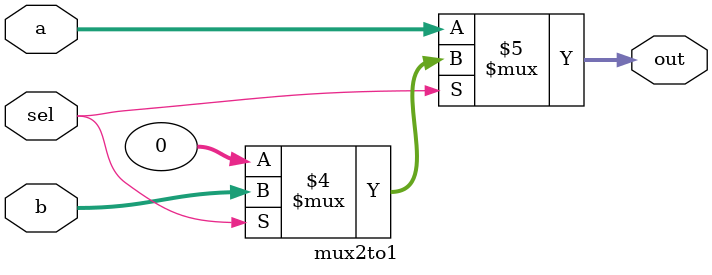
<source format=v>
module mux2to1(sel,a,b,out);
	input sel;
	input [31:0] a,b;
	output [31:0] out;
	assign out= (sel==1'b0) ? a:
		    (sel==1'b1) ? b:
			31'b0 ;
endmodule
</source>
